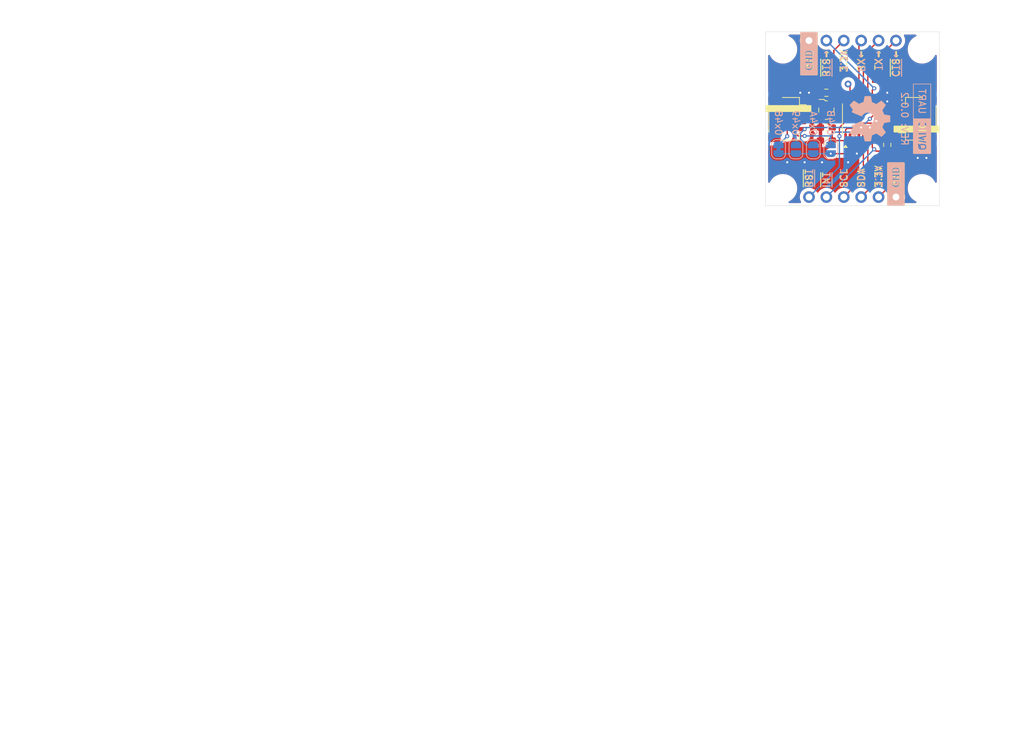
<source format=kicad_pcb>
(kicad_pcb (version 20240108) (generator "pcbnew") (generator_version "8.0")
  (title_block (title "Qwiic UART Board") (date "2025-02-08") (rev "0.0.2") (company "Designer: C. M. Bulliner") (comment 2 "OF MERCHANTABILITY, SATISFACTORY QUALITY AND FITNESS FOR A PARTICULAR PURPOSE.") (comment 3 "This document is distributed WITHOUT ANY EXPRESS OR IMPLIED WARRANTY, INCLUDING") (comment 4 "© 2025 C. M. Bulliner. Released under the CERN-OHL-P v2 license."))
  (layers (0 "F.Cu" signal) (31 "B.Cu" signal) (34 "B.Paste" user) (35 "F.Paste" user) (36 "B.SilkS" user "B.Silkscreen") (37 "F.SilkS" user "F.Silkscreen") (38 "B.Mask" user) (39 "F.Mask" user) (44 "Edge.Cuts" user))
  (net 0 "")
  (net 1 "GND")
  (net 2 "+3.3V")
  (net 5 "/SDA")
  (net 6 "/SCL")
  (net 9 "/RX")
  (net 10 "/~{RTS}")
  (net 11 "/~{CTS}")
  (net 12 "/TX")
  (net 13 "/~{RST}")
  (net 14 "/~{INT}")
  (net 16 "/A0")
  (net 18 "Net-(X1-Tri-State)")
  (net 19 "/CLK")
  (footprint "Project_Footprints:MountingHole_3.2mm" (layer "F.Cu") (at 149.86 97.79)
    (property "Reference" "REF**" (hide yes))
    (property "Value" "MountingHole_3.2mm" (hide yes))
    (pad "" np_thru_hole circle (at 0 0) (size 3.2 3.2) (drill 3.2) (layers "*.Cu" "*.Mask"))
  )
  (footprint "Resistor_SMD:R_0603_1608Metric_Pad0.98x0.95mm_HandSolder" (layer "F.Cu") (at 135.89 104.14 180)
    (property "Reference" "R2" (hide yes))
    (property "Value" "1K" (hide yes))
    (fp_line (start -0.254724 0.5225) (end 0.254724 0.5225) (stroke (width 0.12)) (layer "F.SilkS"))
    (fp_line (start -0.254724 -0.5225) (end 0.254724 -0.5225) (stroke (width 0.12)) (layer "F.SilkS"))
    (pad "1" smd roundrect (at -0.9125 0 180) (size 0.975 0.95) (layers "F.Cu" "F.Paste" "F.Mask") (net 2 "+3.3V"))
    (pad "2" smd roundrect (at 0.9125 0 180) (size 0.975 0.95) (layers "F.Cu" "F.Paste" "F.Mask") (net 18 "Net-(X1-Tri-State)"))
  )
  (footprint "Project_Footprints:MountingHole_3.2mm" (layer "F.Cu") (at 149.86 118.11)
    (property "Reference" "REF**" (hide yes))
    (property "Value" "MountingHole_3.2mm" (hide yes))
    (pad "" np_thru_hole circle (at 0 0) (size 3.2 3.2) (drill 3.2) (layers "*.Cu" "*.Mask"))
  )
  (footprint "Package_SO:TSSOP-16_4.4x5mm_P0.65mm" (layer "F.Cu") (at 140.97 107.95 90)
    (property "Reference" "U1" (hide yes))
    (property "Value" "SC16IS741A" (hide yes))
    (fp_line (start 0 -2.735) (end 2.2 -2.735) (stroke (width 0.12)) (layer "F.SilkS"))
    (fp_line (start 0 -2.735) (end -2.2 -2.735) (stroke (width 0.12)) (layer "F.SilkS"))
    (fp_line (start 0 2.735) (end 2.2 2.735) (stroke (width 0.12)) (layer "F.SilkS"))
    (fp_line (start 0 2.735) (end -2.2 2.735) (stroke (width 0.12)) (layer "F.SilkS"))
    (fp_poly (pts (xy -3.86 -2.275) (xy -4.19 -2.515) (xy -4.19 -2.035) (xy -3.86 -2.275)) (stroke (width 0.12)) (fill solid) (layer "F.SilkS"))
    (pad "1" smd roundrect (at -2.8625 -2.275 90) (size 1.475 0.4) (layers "F.Cu" "F.Paste" "F.Mask") (net 2 "+3.3V"))
    (pad "2" smd roundrect (at -2.8625 -1.625 90) (size 1.475 0.4) (layers "F.Cu" "F.Paste" "F.Mask") (net 16 "/A0"))
    (pad "3" smd roundrect (at -2.8625 -0.975 90) (size 1.475 0.4) (layers "F.Cu" "F.Paste" "F.Mask") (net 2 "+3.3V"))
    (pad "4" smd roundrect (at -2.8625 -0.325 90) (size 1.475 0.4) (layers "F.Cu" "F.Paste" "F.Mask"))
    (pad "5" smd roundrect (at -2.8625 0.325 90) (size 1.475 0.4) (layers "F.Cu" "F.Paste" "F.Mask") (net 6 "/SCL"))
    (pad "6" smd roundrect (at -2.8625 0.975 90) (size 1.475 0.4) (layers "F.Cu" "F.Paste" "F.Mask") (net 5 "/SDA"))
    (pad "7" smd roundrect (at -2.8625 1.625 90) (size 1.475 0.4) (layers "F.Cu" "F.Paste" "F.Mask") (net 14 "/~{INT}"))
    (pad "8" smd roundrect (at -2.8625 2.275 90) (size 1.475 0.4) (layers "F.Cu" "F.Paste" "F.Mask") (net 2 "+3.3V"))
    (pad "9" smd roundrect (at 2.8625 2.275 90) (size 1.475 0.4) (layers "F.Cu" "F.Paste" "F.Mask") (net 1 "GND"))
    (pad "10" smd roundrect (at 2.8625 1.625 90) (size 1.475 0.4) (layers "F.Cu" "F.Paste" "F.Mask") (net 10 "/~{RTS}"))
    (pad "11" smd roundrect (at 2.8625 0.975 90) (size 1.475 0.4) (layers "F.Cu" "F.Paste" "F.Mask") (net 11 "/~{CTS}"))
    (pad "12" smd roundrect (at 2.8625 0.325 90) (size 1.475 0.4) (layers "F.Cu" "F.Paste" "F.Mask") (net 12 "/TX"))
    (pad "13" smd roundrect (at 2.8625 -0.325 90) (size 1.475 0.4) (layers "F.Cu" "F.Paste" "F.Mask") (net 9 "/RX"))
    (pad "14" smd roundrect (at 2.8625 -0.975 90) (size 1.475 0.4) (layers "F.Cu" "F.Paste" "F.Mask") (net 13 "/~{RST}"))
    (pad "15" smd roundrect (at 2.8625 -1.625 90) (size 1.475 0.4) (layers "F.Cu" "F.Paste" "F.Mask") (net 19 "/CLK"))
    (pad "16" smd roundrect (at 2.8625 -2.275 90) (size 1.475 0.4) (layers "F.Cu" "F.Paste" "F.Mask"))
  )
  (footprint "Capacitor_SMD:C_0603_1608Metric_Pad1.08x0.95mm_HandSolder" (layer "F.Cu") (at 135.89 109.22)
    (property "Reference" "C1" (hide yes))
    (property "Value" "0.1uF" (hide yes))
    (fp_line (start -0.146267 -0.51) (end 0.146267 -0.51) (stroke (width 0.12)) (layer "F.SilkS"))
    (fp_line (start -0.146267 0.51) (end 0.146267 0.51) (stroke (width 0.12)) (layer "F.SilkS"))
    (pad "1" smd roundrect (at -0.8625 0) (size 1.075 0.95) (layers "F.Cu" "F.Paste" "F.Mask") (net 1 "GND"))
    (pad "2" smd roundrect (at 0.8625 0) (size 1.075 0.95) (layers "F.Cu" "F.Paste" "F.Mask") (net 2 "+3.3V"))
  )
  (footprint "Capacitor_SMD:C_0603_1608Metric_Pad1.08x0.95mm_HandSolder" (layer "F.Cu") (at 135.89 111.125)
    (property "Reference" "C2" (hide yes))
    (property "Value" "0.1uF" (hide yes))
    (fp_line (start -0.146267 -0.51) (end 0.146267 -0.51) (stroke (width 0.12)) (layer "F.SilkS"))
    (fp_line (start -0.146267 0.51) (end 0.146267 0.51) (stroke (width 0.12)) (layer "F.SilkS"))
    (pad "1" smd roundrect (at -0.8625 0) (size 1.075 0.95) (layers "F.Cu" "F.Paste" "F.Mask") (net 1 "GND"))
    (pad "2" smd roundrect (at 0.8625 0) (size 1.075 0.95) (layers "F.Cu" "F.Paste" "F.Mask") (net 2 "+3.3V"))
  )
  (footprint "Connector_JST:JST_SH_SM04B-SRSS-TB_1x04-1MP_P1.00mm_Horizontal" (layer "F.Cu") (at 149.225 107.95 90)
    (property "Reference" "J2" (hide yes))
    (property "Value" "QWIIC" (hide yes))
    (fp_line (start 3.11 -1.785) (end 2.06 -1.785) (stroke (width 0.12)) (layer "F.SilkS"))
    (fp_line (start -2.06 -1.785) (end -2.06 -2.775) (stroke (width 0.12)) (layer "F.SilkS"))
    (fp_line (start -3.11 -1.785) (end -2.06 -1.785) (stroke (width 0.12)) (layer "F.SilkS"))
    (fp_line (start 3.11 0.715) (end 3.11 -1.785) (stroke (width 0.12)) (layer "F.SilkS"))
    (fp_line (start -3.11 0.715) (end -3.11 -1.785) (stroke (width 0.12)) (layer "F.SilkS"))
    (fp_line (start -1.94 2.685) (end 1.94 2.685) (stroke (width 0.12)) (layer "F.SilkS"))
    (pad "1" smd roundrect (at -1.5 -2 90) (size 0.6 1.55) (layers "F.Cu" "F.Paste" "F.Mask") (net 1 "GND"))
    (pad "2" smd roundrect (at -0.5 -2 90) (size 0.6 1.55) (layers "F.Cu" "F.Paste" "F.Mask") (net 2 "+3.3V"))
    (pad "3" smd roundrect (at 0.5 -2 90) (size 0.6 1.55) (layers "F.Cu" "F.Paste" "F.Mask") (net 5 "/SDA"))
    (pad "4" smd roundrect (at 1.5 -2 90) (size 0.6 1.55) (layers "F.Cu" "F.Paste" "F.Mask") (net 6 "/SCL"))
    (pad "MP" smd roundrect (at -2.8 1.875 90) (size 1.2 1.8) (layers "F.Cu" "F.Paste" "F.Mask") (roundrect_rratio 0.208333))
    (pad "MP" smd roundrect (at 2.8 1.875 90) (size 1.2 1.8) (layers "F.Cu" "F.Paste" "F.Mask") (roundrect_rratio 0.208333))
  )
  (footprint "TestPoint:TestPoint_THTPad_D1.0mm_Drill0.5mm" (layer "F.Cu") (at 139.065 102.87)
    (property "Reference" "TP1" (hide yes))
    (property "Value" "TestPoint" (hide yes))
    (pad "1" thru_hole circle (at 0 0) (size 1 1) (drill 0.5) (layers "*.Cu" "*.Mask") (net 19 "/CLK"))
  )
  (footprint "Connector_JST:JST_SH_SM04B-SRSS-TB_1x04-1MP_P1.00mm_Horizontal" (layer "F.Cu") (at 130.175 107.95 -90)
    (property "Reference" "J1" (hide yes))
    (property "Value" "QWIIC" (hide yes))
    (fp_line (start -1.94 2.685) (end 1.94 2.685) (stroke (width 0.12)) (layer "F.SilkS"))
    (fp_line (start -3.11 0.715) (end -3.11 -1.785) (stroke (width 0.12)) (layer "F.SilkS"))
    (fp_line (start 3.11 0.715) (end 3.11 -1.785) (stroke (width 0.12)) (layer "F.SilkS"))
    (fp_line (start -3.11 -1.785) (end -2.06 -1.785) (stroke (width 0.12)) (layer "F.SilkS"))
    (fp_line (start -2.06 -1.785) (end -2.06 -2.775) (stroke (width 0.12)) (layer "F.SilkS"))
    (fp_line (start 3.11 -1.785) (end 2.06 -1.785) (stroke (width 0.12)) (layer "F.SilkS"))
    (pad "1" smd roundrect (at -1.5 -2 270) (size 0.6 1.55) (layers "F.Cu" "F.Paste" "F.Mask") (net 1 "GND"))
    (pad "2" smd roundrect (at -0.5 -2 270) (size 0.6 1.55) (layers "F.Cu" "F.Paste" "F.Mask") (net 2 "+3.3V"))
    (pad "3" smd roundrect (at 0.5 -2 270) (size 0.6 1.55) (layers "F.Cu" "F.Paste" "F.Mask") (net 5 "/SDA"))
    (pad "4" smd roundrect (at 1.5 -2 270) (size 0.6 1.55) (layers "F.Cu" "F.Paste" "F.Mask") (net 6 "/SCL"))
    (pad "MP" smd roundrect (at -2.8 1.875 270) (size 1.2 1.8) (layers "F.Cu" "F.Paste" "F.Mask") (roundrect_rratio 0.208333))
    (pad "MP" smd roundrect (at 2.8 1.875 270) (size 1.2 1.8) (layers "F.Cu" "F.Paste" "F.Mask") (roundrect_rratio 0.208333))
  )
  (footprint "Oscillator:Oscillator_SMD_ECS_2520MV-xxx-xx-4Pin_2.5x2.0mm" (layer "F.Cu") (at 135.89 106.68)
    (property "Reference" "X1" (hide yes))
    (property "Value" "ECS-2520MVLC-018-BN-TR" (hide yes))
    (fp_line (start -1.11 0.32) (end -1.11 -0.32) (stroke (width 0.12)) (layer "F.SilkS"))
    (fp_line (start -0.38 -1.56) (end -1.07 -1.56) (stroke (width 0.12)) (layer "F.SilkS"))
    (fp_line (start -0.17 1.36) (end 0.17 1.36) (stroke (width 0.12)) (layer "F.SilkS"))
    (fp_line (start -0.16 -1.36) (end 0.17 -1.36) (stroke (width 0.12)) (layer "F.SilkS"))
    (fp_line (start 1.11 0.32) (end 1.11 -0.32) (stroke (width 0.12)) (layer "F.SilkS"))
    (fp_arc (start -0.38 -1.56) (mid -0.246393 -1.485967) (end -0.16 -1.36) (stroke (width 0.12)) (layer "F.SilkS"))
    (pad "1" smd roundrect (at -0.725 -0.925) (size 0.8 0.9) (layers "F.Cu" "F.Paste" "F.Mask") (net 18 "Net-(X1-Tri-State)"))
    (pad "2" smd roundrect (at -0.725 0.925) (size 0.8 0.9) (layers "F.Cu" "F.Paste" "F.Mask") (net 1 "GND"))
    (pad "3" smd roundrect (at 0.725 0.925) (size 0.8 0.9) (layers "F.Cu" "F.Paste" "F.Mask") (net 19 "/CLK"))
    (pad "4" smd roundrect (at 0.725 -0.925) (size 0.8 0.9) (layers "F.Cu" "F.Paste" "F.Mask") (net 2 "+3.3V"))
  )
  (footprint "Resistor_SMD:R_0603_1608Metric_Pad0.98x0.95mm_HandSolder" (layer "F.Cu") (at 144.78 111.76 -90)
    (property "Reference" "R1" (hide yes))
    (property "Value" "1K" (hide yes))
    (fp_line (start -0.254724 0.5225) (end 0.254724 0.5225) (stroke (width 0.12)) (layer "F.SilkS"))
    (fp_line (start -0.254724 -0.5225) (end 0.254724 -0.5225) (stroke (width 0.12)) (layer "F.SilkS"))
    (pad "1" smd roundrect (at -0.9125 0 270) (size 0.975 0.95) (layers "F.Cu" "F.Paste" "F.Mask") (net 2 "+3.3V"))
    (pad "2" smd roundrect (at 0.9125 0 270) (size 0.975 0.95) (layers "F.Cu" "F.Paste" "F.Mask") (net 14 "/~{INT}"))
  )
  (footprint "Project_Footprints:MountingHole_3.2mm" (layer "F.Cu") (at 129.54 97.79)
    (property "Reference" "REF**" (hide yes))
    (property "Value" "MountingHole_3.2mm" (hide yes))
    (pad "" np_thru_hole circle (at 0 0) (size 3.2 3.2) (drill 3.2) (layers "*.Cu" "*.Mask"))
  )
  (footprint "Project_Footprints:MountingHole_3.2mm" (layer "F.Cu") (at 129.54 118.11)
    (property "Reference" "REF**" (hide yes))
    (property "Value" "MountingHole_3.2mm" (hide yes))
    (pad "" np_thru_hole circle (at 0 0) (size 3.2 3.2) (drill 3.2) (layers "*.Cu" "*.Mask"))
  )
  (footprint "Project_Footprints:PinHeader_1x06_P2.54mm" (layer "F.Cu") (at 146.05 119.38 -90)
    (property "Reference" "J4")
    (property "Value" "~" (hide yes))
    (pad "1" thru_hole circle (at 0 0 270) (size 1.7 1.7) (drill 1) (layers "*.Cu" "*.Mask") (net 1 "GND"))
    (pad "2" thru_hole circle (at 0 2.54 270) (size 1.7 1.7) (drill 1) (layers "*.Cu" "*.Mask") (net 2 "+3.3V"))
    (pad "3" thru_hole circle (at 0 5.08 270) (size 1.7 1.7) (drill 1) (layers "*.Cu" "*.Mask") (net 5 "/SDA"))
    (pad "4" thru_hole circle (at 0 7.62 270) (size 1.7 1.7) (drill 1) (layers "*.Cu" "*.Mask") (net 6 "/SCL"))
    (pad "5" thru_hole circle (at 0 10.16 270) (size 1.7 1.7) (drill 1) (layers "*.Cu" "*.Mask") (net 14 "/~{INT}"))
    (pad "6" thru_hole circle (at 0 12.7 270) (size 1.7 1.7) (drill 1) (layers "*.Cu" "*.Mask") (net 13 "/~{RST}"))
  )
  (footprint "Project_Footprints:PinHeader_1x06_P2.54mm" (layer "F.Cu") (at 133.35 96.52 90)
    (property "Reference" "J3")
    (property "Value" "FTDI" (hide yes))
    (pad "1" thru_hole circle (at 0 0 90) (size 1.7 1.7) (drill 1) (layers "*.Cu" "*.Mask") (net 1 "GND"))
    (pad "2" thru_hole circle (at 0 2.54 90) (size 1.7 1.7) (drill 1) (layers "*.Cu" "*.Mask") (net 10 "/~{RTS}"))
    (pad "3" thru_hole circle (at 0 5.08 90) (size 1.7 1.7) (drill 1) (layers "*.Cu" "*.Mask") (net 2 "+3.3V"))
    (pad "4" thru_hole circle (at 0 7.62 90) (size 1.7 1.7) (drill 1) (layers "*.Cu" "*.Mask") (net 9 "/RX"))
    (pad "5" thru_hole circle (at 0 10.16 90) (size 1.7 1.7) (drill 1) (layers "*.Cu" "*.Mask") (net 12 "/TX"))
    (pad "6" thru_hole circle (at 0 12.7 90) (size 1.7 1.7) (drill 1) (layers "*.Cu" "*.Mask") (net 11 "/~{CTS}"))
  )
  (footprint "Jumper:SolderJumper-2_P1.3mm_Open_RoundedPad1.0x1.5mm" (layer "B.Cu") (at 131.445 112.395 -90)
    (property "Reference" "JP2")
    (property "Value" "SolderJumper_2_Open" (hide yes))
    (fp_line (start 0.7 1) (end -0.7 1) (stroke (width 0.12)) (layer "B.SilkS"))
    (fp_line (start -1.4 0.3) (end -1.4 -0.3) (stroke (width 0.12)) (layer "B.SilkS"))
    (fp_line (start 1.4 -0.3) (end 1.4 0.3) (stroke (width 0.12)) (layer "B.SilkS"))
    (fp_line (start -0.7 -1) (end 0.7 -1) (stroke (width 0.12)) (layer "B.SilkS"))
    (fp_arc (start -0.7 1) (mid -1.194975 0.794975) (end -1.4 0.3) (stroke (width 0.12)) (layer "B.SilkS"))
    (fp_arc (start 1.4 0.3) (mid 1.194975 0.794975) (end 0.7 1) (stroke (width 0.12)) (layer "B.SilkS"))
    (fp_arc (start -1.4 -0.3) (mid -1.194975 -0.794975) (end -0.7 -1) (stroke (width 0.12)) (layer "B.SilkS"))
    (fp_arc (start 0.7 -1) (mid 1.194975 -0.794975) (end 1.4 -0.3) (stroke (width 0.12)) (layer "B.SilkS"))
    (pad "1" smd custom (at -0.65 0 270) (size 1 0.5) (layers "B.Cu" "B.Mask") (net 1 "GND") (options (clearance outline) (anchor rect)) (primitives (gr_circle (center 0 -0.25) (end 0.5 -0.25) (width 0) (fill yes)) (gr_circle (center 0 0.25) (end 0.5 0.25) (width 0) (fill yes)) (gr_poly (pts (xy 0.5 -0.75) (xy 0 -0.75) (xy 0 0.75) (xy 0.5 0.75)) (width 0) (fill yes))))
    (pad "2" smd custom (at 0.65 0 270) (size 1 0.5) (layers "B.Cu" "B.Mask") (net 16 "/A0") (options (clearance outline) (anchor rect)) (primitives (gr_circle (center 0 -0.25) (end 0.5 -0.25) (width 0) (fill yes)) (gr_circle (center 0 0.25) (end 0.5 0.25) (width 0) (fill yes)) (gr_poly (pts (xy 0 -0.75) (xy -0.5 -0.75) (xy -0.5 0.75) (xy 0 0.75)) (width 0) (fill yes))))
  )
  (footprint "Jumper:SolderJumper-2_P1.3mm_Open_RoundedPad1.0x1.5mm" (layer "B.Cu") (at 133.985 112.395 -90)
    (property "Reference" "JP3")
    (property "Value" "SolderJumper_2_Open" (hide yes))
    (fp_line (start 0.7 1) (end -0.7 1) (stroke (width 0.12)) (layer "B.SilkS"))
    (fp_line (start -1.4 0.3) (end -1.4 -0.3) (stroke (width 0.12)) (layer "B.SilkS"))
    (fp_line (start 1.4 -0.3) (end 1.4 0.3) (stroke (width 0.12)) (layer "B.SilkS"))
    (fp_line (start -0.7 -1) (end 0.7 -1) (stroke (width 0.12)) (layer "B.SilkS"))
    (fp_arc (start -0.7 1) (mid -1.194975 0.794975) (end -1.4 0.3) (stroke (width 0.12)) (layer "B.SilkS"))
    (fp_arc (start 1.4 0.3) (mid 1.194975 0.794975) (end 0.7 1) (stroke (width 0.12)) (layer "B.SilkS"))
    (fp_arc (start -1.4 -0.3) (mid -1.194975 -0.794975) (end -0.7 -1) (stroke (width 0.12)) (layer "B.SilkS"))
    (fp_arc (start 0.7 -1) (mid 1.194975 -0.794975) (end 1.4 -0.3) (stroke (width 0.12)) (layer "B.SilkS"))
    (pad "1" smd custom (at -0.65 0 270) (size 1 0.5) (layers "B.Cu" "B.Mask") (net 6 "/SCL") (options (clearance outline) (anchor rect)) (primitives (gr_circle (center 0 -0.25) (end 0.5 -0.25) (width 0) (fill yes)) (gr_circle (center 0 0.25) (end 0.5 0.25) (width 0) (fill yes)) (gr_poly (pts (xy 0.5 -0.75) (xy 0 -0.75) (xy 0 0.75) (xy 0.5 0.75)) (width 0) (fill yes))))
    (pad "2" smd custom (at 0.65 0 270) (size 1 0.5) (layers "B.Cu" "B.Mask") (net 16 "/A0") (options (clearance outline) (anchor rect)) (primitives (gr_circle (center 0 -0.25) (end 0.5 -0.25) (width 0) (fill yes)) (gr_circle (center 0 0.25) (end 0.5 0.25) (width 0) (fill yes)) (gr_poly (pts (xy 0 -0.75) (xy -0.5 -0.75) (xy -0.5 0.75) (xy 0 0.75)) (width 0) (fill yes))))
  )
  (footprint "Symbol:OSHW-Symbol_6.7x6mm_SilkScreen" (layer "B.Cu") (at 142.24 107.95 90)
    (property "Reference" "REF**" (hide yes))
    (property "Value" "OSHW-Symbol_6.7x6mm_SilkScreen" (hide yes))
    (fp_poly (pts (xy 0.555814 2.531069) (xy 0.639635 2.086445) (xy 0.94892 1.958947) (xy 1.258206 1.831449) (xy 1.629246 2.083754) (xy 1.733157 2.154004) (xy 1.827087 2.216728) (xy 1.906652 2.269062) (xy 1.96747 2.308143) (xy 2.005157 2.331107) (xy 2.015421 2.336058) (xy 2.03391 2.323324) (xy 2.07342 2.288118) (xy 2.129522 2.234938) (xy 2.197787 2.168282) (xy 2.273786 2.092646) (xy 2.353092 2.012528) (xy 2.431275 1.932426) (xy 2.503907 1.856836) (xy 2.566559 1.790255) (xy 2.614803 1.737182) (xy 2.64421 1.702113) (xy 2.651241 1.690377) (xy 2.641123 1.66874) (xy 2.612759 1.621338) (xy 2.569129 1.552807) (xy 2.513218 1.467785) (xy 2.448006 1.370907) (xy 2.410219 1.31565) (xy 2.341343 1.214752) (xy 2.28014 1.123701) (xy 2.229578 1.04703) (xy 2.192628 0.989272) (xy 2.172258 0.954957) (xy 2.169197 0.947746) (xy 2.176136 0.927252) (xy 2.195051 0.879487) (xy 2.223087 0.811168) (xy 2.257391 0.729011) (xy 2.295109 0.63973) (xy 2.333387 0.550042) (xy 2.36937 0.466662) (xy 2.400206 0.396306) (xy 2.423039 0.34569) (xy 2.435017 0.321529) (xy 2.435724 0.320578) (xy 2.454531 0.315964) (xy 2.504618 0.305672) (xy 2.580793 0.290713) (xy 2.677865 0.272099) (xy 2.790643 0.250841) (xy 2.856442 0.238582) (xy 2.97695 0.215638) (xy 3.085797 0.193805) (xy 3.177476 0.174278) (xy 3.246481 0.158252) (xy 3.287304 0.146921) (xy 3.295511 0.143326) (xy 3.303548 0.118994) (xy 3.310033 0.064041) (xy 3.31497 -0.015108) (xy 3.318364 -0.112026) (xy 3.320218 -0.220287) (xy 3.320538 -0.333465) (xy 3.319327 -0.445135) (xy 3.31659 -0.548868) (xy 3.312331 -0.638241) (xy 3.306555 -0.706826) (xy 3.299267 -0.748197) (xy 3.294895 -0.75681) (xy 3.268764 -0.767133) (xy 3.213393 -0.781892) (xy 3.136107 -0.799352) (xy 3.04423 -0.81778) (xy 3.012158 -0.823741) (xy 2.857524 -0.852066) (xy 2.735375 -0.874876) (xy 2.641673 -0.89308) (xy 2.572384 -0.907583) (xy 2.523471 -0.919292) (xy 2.490897 -0.929115) (xy 2.470628 -0.937956) (xy 2.458626 -0.946724) (xy 2.456947 -0.948457) (xy 2.440184 -0.976371) (xy 2.414614 -1.030695) (xy 2.382788 -1.104777) (xy 2.34726 -1.191965) (xy 2.310583 -1.285608) (xy 2.275311 -1.379052) (xy 2.243996 -1.465647) (xy 2.219193 -1.53874) (xy 2.203454 -1.591678) (xy 2.199332 -1.617811) (xy 2.199676 -1.618726) (xy 2.213641 -1.640086) (xy 2.245322 -1.687084) (xy 2.291391 -1.754827) (xy 2.348518 -1.838423) (xy 2.413373 -1.932982) (xy 2.431843 -1.959854) (xy 2.497699 -2.057275) (xy 2.55565 -2.146163) (xy 2.602538 -2.221412) (xy 2.635207 -2.27792) (xy 2.6505 -2.310581) (xy 2.651241 -2.314593) (xy 2.638392 -2.335684) (xy 2.602888 -2.377464) (xy 2.549293 -2.435445) (xy 2.482171 -2.505135) (xy 2.406087 -2.582045) (xy 2.325604 -2.661683) (xy 2.245287 -2.739561) (xy 2.169699 -2.811186) (xy 2.103405 -2.87207) (xy 2.050969 -2.917721) (xy 2.016955 -2.94365) (xy 2.007545 -2.947883) (xy 1.985643 -2.937912) (xy 1.9408 -2.91102) (xy 1.880321 -2.871736) (xy 1.833789 -2.840117) (xy 1.749475 -2.782098) (xy 1.649626 -2.713784) (xy 1.549473 -2.645579) (xy 1.495627 -2.609075) (xy 1.313371 -2.4858) (xy 1.160381 -2.56852) (xy 1.090682 -2.604759) (xy 1.031414 -2.632926) (xy 0.991311 -2.648991) (xy 0.981103 -2.651226) (xy 0.968829 -2.634722) (xy 0.944613 -2.588082) (xy 0.910263 -2.515609) (xy 0.867588 -2.421606) (xy 0.818394 -2.310374) (xy 0.76449 -2.186215) (xy 0.707684 -2.053432) (xy 0.649782 -1.916327) (xy 0.592593 -1.779202) (xy 0.537924 -1.646358) (xy 0.487584 -1.522098) (xy 0.44338 -1.410725) (xy 0.407119 -1.316539) (xy 0.380609 -1.243844) (xy 0.365658 -1.196941) (xy 0.363254 -1.180833) (xy 0.382311 -1.160286) (xy 0.424036 -1.126933) (xy 0.479706 -1.087702) (xy 0.484378 -1.084599) (xy 0.628264 -0.969423) (xy 0.744283 -0.835053) (xy 0.83143 -0.685784) (xy 0.888699 -0.525913) (xy 0.915086 -0.359737) (xy 0.909585 -0.191552) (xy 0.87119 -0.025655) (xy 0.798895 0.133658) (xy 0.777626 0.168513) (xy 0.666996 0.309263) (xy 0.536302 0.422286) (xy 0.390064 0.506997) (xy 0.232808 0.562806) (xy 0.069057 0.589126) (xy -0.096667 0.58537) (xy -0.259838 0.55095) (xy -0.415935 0.485277) (xy -0.560433 0.387765) (xy -0.605131 0.348187) (xy -0.718888 0.224297) (xy -0.801782 0.093876) (xy -0.858644 -0.052315) (xy -0.890313 -0.197088) (xy -0.898131 -0.35986) (xy -0.872062 -0.52344) (xy -0.814755 -0.682298) (xy -0.728856 -0.830906) (xy -0.617014 -0.963735) (xy -0.481877 -1.075256) (xy -0.464117 -1.087011) (xy -0.40785 -1.125508) (xy -0.365077 -1.158863) (xy -0.344628 -1.18016) (xy -0.344331 -1.180833) (xy -0.348721 -1.203871) (xy -0.366124 -1.256157) (xy -0.394732 -1.33339) (xy -0.432735 -1.431268) (xy -0.478326 -1.545491) (xy -0.529697 -1.671758) (xy -0.585038 -1.805767) (xy -0.642542 -1.943218) (xy -0.700399 -2.079808) (xy -0.756802 -2.211237) (xy -0.809942 -2.333205) (xy -0.85801 -2.441409) (xy -0.899199 -2.531549) (xy -0.931699 -2.599323) (xy -0.953703 -2.64043) (xy -0.962564 -2.651226) (xy -0.98964 -2.642819) (xy -1.040303 -2.620272) (xy -1.105817 -2.587613) (xy -1.141841 -2.56852) (xy -1.294832 -2.4858) (xy -1.477088 -2.609075) (xy -1.570125 -2.672228) (xy -1.671985 -2.741727) (xy -1.767438 -2.807165) (xy -1.81525 -2.840117) (xy -1.882495 -2.885273) (xy -1.939436 -2.921057) (xy -1.978646 -2.942938) (xy -1.991381 -2.947563) (xy -2.009917 -2.935085) (xy -2.050941 -2.900252) (xy -2.110475 -2.846678) (xy -2.184542 -2.777983) (xy -2.269165 -2.697781) (xy -2.322685 -2.646286) (xy -2.416319 -2.554286) (xy -2.497241 -2.471999) (xy -2.562177 -2.402945) (xy -2.607858 -2.350644) (xy -2.631011 -2.318616) (xy -2.633232 -2.312116) (xy -2.622924 -2.287394) (xy -2.594439 -2.237405) (xy -2.550937 -2.167212) (xy -2.495577 -2.081875) (xy -2.43152 -1.986456) (xy -2.413303 -1.959854) (xy -2.346927 -1.863167) (xy -2.287378 -1.776117) (xy -2.237984 -1.703595) (xy -2.202075 -1.650493) (xy -2.182981 -1.621703) (xy -2.181136 -1.618726) (xy -2.183895 -1.595782) (xy -2.198538 -1.545336) (xy -2.222513 -1.474041) (xy -2.253266 -1.388547) (xy -2.288244 -1.295507) (xy -2.324893 -1.201574) (xy -2.360661 -1.113399) (xy -2.392994 -1.037634) (xy -2.419338 -0.980931) (xy -2.437142 -0.949943) (xy -2.438407 -0.948457) (xy -2.449294 -0.939601) (xy -2.467682 -0.930843) (xy -2.497606 -0.921277) (xy -2.543103 -0.909996) (xy -2.608209 -0.896093) (xy -2.696961 -0.878663) (xy -2.813393 -0.856798) (xy -2.961542 -0.829591) (xy -2.993618 -0.823741) (xy -3.088686 -0.805374) (xy -3.171565 -0.787405) (xy -3.23493 -0.771569) (xy -3.271458 -0.7596) (xy -3.276356 -0.75681) (xy -3.284427 -0.732072) (xy -3.290987 -0.67679) (xy -3.296033 -0.597389) (xy -3.299559 -0.500296) (xy -3.301561 -0.391938) (xy -3.302036 -0.27874) (xy -3.300977 -0.167128) (xy -3.298382 -0.063529) (xy -3.294246 0.025632) (xy -3.288563 0.093928) (xy -3.281331 0.134934) (xy -3.276971 0.143326) (xy -3.252698 0.151792) (xy -3.197426 0.165565) (xy -3.116662 0.18345) (xy -3.015912 0.204252) (xy -2.900683 0.226777) (xy -2.837902 0.238582) (xy -2.718787 0.260849) (xy -2.612565 0.281021) (xy -2.524427 0.298085) (xy -2.459566 0.311031) (xy -2.423174 0.318845) (xy -2.417184 0.320578) (xy -2.407061 0.34011) (xy -2.385662 0.387157) (xy -2.355839 0.454997) (xy -2.320445 0.536909) (xy -2.282332 0.626172) (xy -2.244353 0.716065) (xy -2.20936 0.799865) (xy -2.180206 0.870853) (xy -2.159743 0.922306) (xy -2.150823 0.947503) (xy -2.150657 0.948604) (xy -2.160769 0.968481) (xy -2.189117 1.014223) (xy -2.232723 1.081283) (xy -2.288606 1.165116) (xy -2.353787 1.261174) (xy -2.391679 1.31635) (xy -2.460725 1.417519) (xy -2.52205 1.50937) (xy -2.572663 1.587256) (xy -2.609571 1.646531) (xy -2.629782 1.682549) (xy -2.632701 1.690623) (xy -2.620153 1.709416) (xy -2.585463 1.749543) (xy -2.533063 1.806507) (xy -2.467384 1.875815) (xy -2.392856 1.952969) (xy -2.313913 2.033475) (xy -2.234983 2.112837) (xy -2.1605 2.18656) (xy -2.094894 2.250148) (xy -2.042596 2.299106) (xy -2.008039 2.328939) (xy -1.996478 2.336058) (xy -1.977654 2.326047) (xy -1.932631 2.297922) (xy -1.865787 2.254546) (xy -1.781499 2.198782) (xy -1.684144 2.133494) (xy -1.610707 2.083754) (xy -1.239667 1.831449) (xy -0.621095 2.086445) (xy -0.537275 2.531069) (xy -0.453454 2.975693) (xy 0.471994 2.975693) (xy 0.555814 2.531069)) (stroke (width 0.01)) (fill solid) (layer "B.SilkS"))
  )
  (footprint "Jumper:SolderJumper-2_P1.3mm_Bridged_RoundedPad1.0x1.5mm" (layer "B.Cu") (at 128.905 112.395 -90)
    (property "Reference" "JP1")
    (property "Value" "SolderJumper_2_Bridged" (hide yes))
    (fp_poly (pts (xy 0.25 0.3) (xy -0.25 0.3) (xy -0.25 -0.3) (xy 0.25 -0.3)) (fill solid) (layer "B.Cu"))
    (fp_line (start 0.7 1) (end -0.7 1) (stroke (width 0.12)) (layer "B.SilkS"))
    (fp_line (start -1.4 0.3) (end -1.4 -0.3) (stroke (width 0.12)) (layer "B.SilkS"))
    (fp_line (start 1.4 -0.3) (end 1.4 0.3) (stroke (width 0.12)) (layer "B.SilkS"))
    (fp_line (start -0.7 -1) (end 0.7 -1) (stroke (width 0.12)) (layer "B.SilkS"))
    (fp_arc (start -0.7 1) (mid -1.194975 0.794975) (end -1.4 0.3) (stroke (width 0.12)) (layer "B.SilkS"))
    (fp_arc (start 1.4 0.3) (mid 1.194975 0.794975) (end 0.7 1) (stroke (width 0.12)) (layer "B.SilkS"))
    (fp_arc (start -1.4 -0.3) (mid -1.194975 -0.794975) (end -0.7 -1) (stroke (width 0.12)) (layer "B.SilkS"))
    (fp_arc (start 0.7 -1) (mid 1.194975 -0.794975) (end 1.4 -0.3) (stroke (width 0.12)) (layer "B.SilkS"))
    (pad "1" smd custom (at -0.65 0 270) (size 1 0.5) (layers "B.Cu" "B.Mask") (net 2 "+3.3V") (options (clearance outline) (anchor rect)) (primitives (gr_circle (center 0 -0.25) (end 0.5 -0.25) (width 0) (fill yes)) (gr_circle (center 0 0.25) (end 0.5 0.25) (width 0) (fill yes)) (gr_poly (pts (xy 0.5 -0.75) (xy 0 -0.75) (xy 0 0.75) (xy 0.5 0.75)) (width 0) (fill yes))))
    (pad "2" smd custom (at 0.65 0 270) (size 1 0.5) (layers "B.Cu" "B.Mask") (net 16 "/A0") (options (clearance outline) (anchor rect)) (primitives (gr_circle (center 0 -0.25) (end 0.5 -0.25) (width 0) (fill yes)) (gr_circle (center 0 0.25) (end 0.5 0.25) (width 0) (fill yes)) (gr_poly (pts (xy 0 -0.75) (xy -0.5 -0.75) (xy -0.5 0.75) (xy 0 0.75)) (width 0) (fill yes))))
  )
  (footprint "Jumper:SolderJumper-2_P1.3mm_Open_RoundedPad1.0x1.5mm" (layer "B.Cu") (at 136.525 112.395 -90)
    (property "Reference" "JP4")
    (property "Value" "SolderJumper_2_Open" (hide yes))
    (fp_line (start 0.7 1) (end -0.7 1) (stroke (width 0.12)) (layer "B.SilkS"))
    (fp_line (start -1.4 0.3) (end -1.4 -0.3) (stroke (width 0.12)) (layer "B.SilkS"))
    (fp_line (start 1.4 -0.3) (end 1.4 0.3) (stroke (width 0.12)) (layer "B.SilkS"))
    (fp_line (start -0.7 -1) (end 0.7 -1) (stroke (width 0.12)) (layer "B.SilkS"))
    (fp_arc (start -0.7 1) (mid -1.194975 0.794975) (end -1.4 0.3) (stroke (width 0.12)) (layer "B.SilkS"))
    (fp_arc (start 1.4 0.3) (mid 1.194975 0.794975) (end 0.7 1) (stroke (width 0.12)) (layer "B.SilkS"))
    (fp_arc (start -1.4 -0.3) (mid -1.194975 -0.794975) (end -0.7 -1) (stroke (width 0.12)) (layer "B.SilkS"))
    (fp_arc (start 0.7 -1) (mid 1.194975 -0.794975) (end 1.4 -0.3) (stroke (width 0.12)) (layer "B.SilkS"))
    (pad "1" smd custom (at -0.65 0 270) (size 1 0.5) (layers "B.Cu" "B.Mask") (net 5 "/SDA") (options (clearance outline) (anchor rect)) (primitives (gr_circle (center 0 -0.25) (end 0.5 -0.25) (width 0) (fill yes)) (gr_circle (center 0 0.25) (end 0.5 0.25) (width 0) (fill yes)) (gr_poly (pts (xy 0.5 -0.75) (xy 0 -0.75) (xy 0 0.75) (xy 0.5 0.75)) (width 0) (fill yes))))
    (pad "2" smd custom (at 0.65 0 270) (size 1 0.5) (layers "B.Cu" "B.Mask") (net 16 "/A0") (options (clearance outline) (anchor rect)) (primitives (gr_circle (center 0 -0.25) (end 0.5 -0.25) (width 0) (fill yes)) (gr_circle (center 0 0.25) (end 0.5 0.25) (width 0) (fill yes)) (gr_poly (pts (xy 0 -0.75) (xy -0.5 -0.75) (xy -0.5 0.75) (xy 0 0.75)) (width 0) (fill yes))))
  )
  (gr_rect (start 148.59 102.87) (end 151.13 113.03) (stroke (width 0.1)) (fill none) (layer "B.SilkS"))
  (gr_line (start 148.59 107.95) (end 151.13 107.95) (stroke (width 0.1)) (layer "B.SilkS"))
  (gr_line (start 152.4 120.65) (end 127 120.65) (stroke (width 0.05)) (layer "Edge.Cuts"))
  (gr_line (start 127 120.65) (end 127 95.25) (stroke (width 0.05)) (layer "Edge.Cuts"))
  (gr_line (start 127 95.25) (end 152.4 95.25) (stroke (width 0.05)) (layer "Edge.Cuts"))
  (gr_line (start 152.4 95.25) (end 152.4 120.65) (stroke (width 0.05)) (layer "Edge.Cuts"))
  (gr_text "QWIIC" (at 149.86 110.49 -90) (layer "B.SilkS" knockout) (effects (font (size 1 1)) (justify mirror)))
  (gr_text "SDA" (at 140.97 118.11 -90) (layer "B.SilkS") (effects (font (size 1 1)) (justify left mirror)))
  (gr_text "0x48" (at 128.905 110.49 270) (layer "B.SilkS") (effects (font (size 1 1)) (justify left mirror)))
  (gr_text "~{RST}" (at 133.35 118.11 270) (layer "B.SilkS") (effects (font (size 1 1)) (justify left mirror)))
  (gr_text "0x49" (at 131.445 110.49 270) (layer "B.SilkS") (effects (font (size 1 1)) (justify left mirror)))
  (gr_text "UART" (at 149.86 105.41 -90) (layer "B.SilkS") (effects (font (size 1 1)) (justify mirror)))
  (gr_text "3.3V" (at 138.43 97.79 -90) (layer "B.SilkS") (effects (font (size 1 1)) (justify right mirror)))
  (gr_text "0x4A" (at 133.985 110.49 270) (layer "B.SilkS") (effects (font (size 1 1)) (justify left mirror)))
  (gr_text "REV: ${REVISION}" (at 147.32 107.95 270) (layer "B.SilkS") (effects (font (size 1 1)) (justify mirror)))
  (gr_text "SCL" (at 138.43 118.11 -90) (layer "B.SilkS") (effects (font (size 1 1)) (justify left mirror)))
  (gr_text "0x4B" (at 136.525 110.49 270) (layer "B.SilkS") (effects (font (size 1 1)) (justify left mirror)))
  (gr_text "~{CTS}←" (at 146.05 97.79 270) (layer "B.SilkS") (effects (font (size 1 1)) (justify right mirror)))
  (gr_text "~{INT}" (at 135.89 118.11 -90) (layer "B.SilkS") (effects (font (size 1 1)) (justify left mirror)))
  (gr_text "GND" (at 133.35 97.79 -90) (layer "B.SilkS" knockout) (effects (font (size 1 1)) (justify right mirror)))
  (gr_text "TX→" (at 143.51 97.79 270) (layer "B.SilkS") (effects (font (size 1 1)) (justify right mirror)))
  (gr_text "~{RTS}→" (at 135.89 97.79 270) (layer "B.SilkS") (effects (font (size 1 1)) (justify right mirror)))
  (gr_text "3.3V" (at 143.51 118.11 -90) (layer "B.SilkS") (effects (font (size 1 1)) (justify left mirror)))
  (gr_text "RX←" (at 140.97 97.79 270) (layer "B.SilkS") (effects (font (size 1 1)) (justify right mirror)))
  (gr_text "GND" (at 146.05 118.11 -90) (layer "B.SilkS" knockout) (effects (font (size 1 1)) (justify left mirror)))
  (gr_text "~{INT}" (at 135.89 118.11 90) (layer "F.SilkS") (effects (font (size 1 1)) (justify left)))
  (gr_text "RX←" (at 140.97 97.79 90) (layer "F.SilkS") (effects (font (size 1 1)) (justify right)))
  (gr_text "3.3V" (at 143.51 118.11 90) (layer "F.SilkS") (effects (font (size 1 1)) (justify left)))
  (gr_text "SDA" (at 140.97 118.11 90) (layer "F.SilkS") (effects (font (size 1 1)) (justify left)))
  (gr_text "TX→" (at 143.51 97.79 90) (layer "F.SilkS") (effects (font (size 1 1)) (justify right)))
  (gr_text "GND" (at 133.35 97.79 90) (layer "F.SilkS" knockout) (effects (font (size 1 1)) (justify right)))
  (gr_text "GND" (at 146.05 118.11 90) (layer "F.SilkS" knockout) (effects (font (size 1 1)) (justify left)))
  (gr_text "~{RTS}→" (at 135.89 97.79 90) (layer "F.SilkS") (effects (font (size 1 1)) (justify right)))
  (gr_text "SCL" (at 138.43 118.11 90) (layer "F.SilkS") (effects (font (size 1 1)) (justify left)))
  (gr_text "~{RST}" (at 133.35 118.11 90) (layer "F.SilkS") (effects (font (size 1 1)) (justify left)))
  (gr_text "3.3V" (at 138.43 97.79 90) (layer "F.SilkS") (effects (font (size 1 1)) (justify right)))
  (gr_text "~{CTS}←" (at 146.05 97.79 90) (layer "F.SilkS") (effects (font (size 1 1)) (justify right)))
  (via (at 144.78 105.41) (size 0.6) (drill 0.3) (layers "F.Cu" "B.Cu") (net 1))
  (via (at 149.225 113.665) (size 0.6) (drill 0.3) (layers "F.Cu" "B.Cu") (net 1))
  (via (at 132.715 114.3) (size 0.6) (drill 0.3) (layers "F.Cu" "B.Cu") (net 1))
  (via (at 132.08 104.14) (size 0.6) (drill 0.3) (layers "F.Cu" "B.Cu") (net 1))
  (via (at 140.335 113.03) (size 0.6) (drill 0.3) (layers "F.Cu" "B.Cu") (net 1))
  (via (at 139.065 114.3) (size 0.6) (drill 0.3) (layers "F.Cu" "B.Cu") (net 1))
  (via (at 150.495 113.665) (size 0.6) (drill 0.3) (layers "F.Cu" "B.Cu") (net 1))
  (via (at 133.35 104.14) (size 0.6) (drill 0.3) (layers "F.Cu" "B.Cu") (net 1))
  (via (at 135.255 114.3) (size 0.6) (drill 0.3) (layers "F.Cu" "B.Cu") (net 1))
  (via (at 130.175 114.3) (size 0.6) (drill 0.3) (layers "F.Cu" "B.Cu") (net 1))
  (via (at 144.78 104.14) (size 0.6) (drill 0.3) (layers "F.Cu" "B.Cu") (net 1))
  (segment (start 131.445 111.745) (end 131.445 109.22) (width 0.2) (layer "B.Cu") (net 1))
  (segment (start 135.89 108.3575) (end 135.89 106.88) (width 0.2) (layer "F.Cu") (net 2))
  (segment (start 138.695 111.125) (end 138.695 110.8125) (width 0.2) (layer "F.Cu") (net 2))
  (segment (start 136.8025 104.14) (end 136.8025 105.5675) (width 0.2) (layer "F.Cu") (net 2))
  (segment (start 140.756471 108.585) (end 142.45353 108.585) (width 0.2) (layer "F.Cu") (net 2))
  (segment (start 136.7525 109.22) (end 136.7525 111.125) (width 0.2) (layer "F.Cu") (net 2))
  (segment (start 136.615 105.755) (end 135.69 106.68) (width 0.2) (layer "F.Cu") (net 2))
  (segment (start 133.215 107.45) (end 132.175 107.45) (width 0.2) (layer "F.Cu") (net 2))
  (segment (start 136.98125 103.96125) (end 136.98125 97.96875) (width 0.2) (layer "F.Cu") (net 2))
  (segment (start 139.995 109.346471) (end 138.904301 109.346471) (width 0.2) (layer "F.Cu") (net 2))
  (segment (start 145.81 117.08) (end 143.51 119.38) (width 0.2) (layer "F.Cu") (net 2))
  (segment (start 145.55 108.45) (end 144.78 109.22) (width 0.2) (layer "F.Cu") (net 2))
  (segment (start 130.175 108.965) (end 131.69 107.45) (width 0.2) (layer "F.Cu") (net 2))
  (segment (start 144.78 109.22) (end 144.78 110.8475) (width 0.2) (layer "F.Cu") (net 2))
  (segment (start 136.7525 111.125) (end 138.695 111.125) (width 0.2) (layer "F.Cu") (net 2))
  (segment (start 142.45353 108.585) (end 143.245 109.37647) (width 0.2) (layer "F.Cu") (net 2))
  (segment (start 145.81 111.8775) (end 145.81 117.08) (width 0.2) (layer "F.Cu") (net 2))
  (segment (start 139.995 109.346471) (end 140.756471 108.585) (width 0.2) (layer "F.Cu") (net 2))
  (segment (start 138.904301 109.346471) (end 138.695 109.555772) (width 0.2) (layer "F.Cu") (net 2))
  (segment (start 136.98125 97.96875) (end 138.43 96.52) (width 0.2) (layer "F.Cu") (net 2))
  (segment (start 143.245 110.8125) (end 144.745 110.8125) (width 0.2) (layer "F.Cu") (net 2))
  (segment (start 144.745 110.8125) (end 144.78 110.8475) (width 0.2) (layer "F.Cu") (net 2))
  (segment (start 147.225 108.45) (end 145.55 108.45) (width 0.2) (layer "F.Cu") (net 2))
  (segment (start 143.245 109.37647) (end 143.245 110.8125) (width 0.2) (layer "F.Cu") (net 2))
  (segment (start 138.695 109.555772) (end 138.695 110.8125) (width 0.2) (layer "F.Cu") (net 2))
  (segment (start 133.985 106.68) (end 133.215 107.45) (width 0.2) (layer "F.Cu") (net 2))
  (segment (start 135.69 106.68) (end 133.985 106.68) (width 0.2) (layer "F.Cu") (net 2))
  (segment (start 136.8025 104.14) (end 136.98125 103.96125) (width 0.2) (layer "F.Cu") (net 2))
  (segment (start 135.89 106.88) (end 135.69 106.68) (width 0.2) (layer "F.Cu") (net 2))
  (segment (start 131.69 107.45) (end 132.175 107.45) (width 0.2) (layer "F.Cu") (net 2))
  (segment (start 136.8025 105.5675) (end 136.615 105.755) (width 0.2) (layer "F.Cu") (net 2))
  (segment (start 136.7525 109.22) (end 135.89 108.3575) (width 0.2) (layer "F.Cu") (net 2))
  (segment (start 130.175 110.49) (end 130.175 108.965) (width 0.2) (layer "F.Cu") (net 2))
  (segment (start 139.995 110.8125) (end 139.995 109.346471) (width 0.2) (layer "F.Cu") (net 2))
  (segment (start 144.78 110.8475) (end 145.81 111.8775) (width 0.2) (layer "F.Cu") (net 2))
  (via (at 130.175 110.49) (size 0.6) (drill 0.3) (layers "F.Cu" "B.Cu") (net 2))
  (segment (start 128.905 111.745) (end 128.92 111.745) (width 0.2) (layer "B.Cu") (net 2))
  (segment (start 128.92 111.745) (end 130.175 110.49) (width 0.2) (layer "B.Cu") (net 2))
  (segment (start 141.945 118.405) (end 140.97 119.38) (width 0.2) (layer "F.Cu") (net 5))
  (segment (start 141.945 110.8125) (end 141.945 109.515) (width 0.2) (layer "F.Cu") (net 5))
  (segment (start 131.099724 109.790276) (end 131.099724 109.040276) (width 0.2) (layer "F.Cu") (net 5))
  (segment (start 141.945 109.515) (end 142.24 109.22) (width 0.2) (layer "F.Cu") (net 5))
  (segment (start 131.69 108.45) (end 132.175 108.45) (width 0.2) (layer "F.Cu") (net 5))
  (segment (start 141.945 110.8125) (end 141.945 118.405) (width 0.2) (layer "F.Cu") (net 5))
  (segment (start 147.225 107.45) (end 144.01 107.45) (width 0.2) (layer "F.Cu") (net 5))
  (segment (start 144.01 107.45) (end 143.1925 108.2675) (width 0.2) (layer "F.Cu") (net 5))
  (segment (start 131.099724 109.040276) (end 131.69 108.45) (width 0.2) (layer "F.Cu") (net 5))
  (segment (start 132.715 110.45) (end 131.759448 110.45) (width 0.2) (layer "F.Cu") (net 5))
  (segment (start 131.759448 110.45) (end 131.099724 109.790276) (width 0.2) (layer "F.Cu") (net 5))
  (via (at 143.1925 108.2675) (size 0.6) (drill 0.3) (layers "F.Cu" "B.Cu") (net 5))
  (via (at 132.715 110.45) (size 0.6) (drill 0.3) (layers "F.Cu" "B.Cu") (net 5))
  (via (at 142.24 109.22) (size 0.6) (drill 0.3) (layers "F.Cu" "B.Cu") (net 5))
  (segment (start 141.57 109.89) (end 142.24 109.22) (width 0.2) (layer "B.Cu") (net 5))
  (segment (start 137.085 109.89) (end 136.525 110.45) (width 0.2) (layer "B.Cu") (net 5))
  (segment (start 136.525 110.45) (end 136.525 111.745) (width 0.2) (layer "B.Cu") (net 5))
  (segment (start 141.57 109.89) (end 137.085 109.89) (width 0.2) (layer "B.Cu") (net 5))
  (segment (start 143.1925 108.2675) (end 142.24 109.22) (width 0.2) (layer "B.Cu") (net 5))
  (segment (start 132.715 110.45) (end 136.525 110.45) (width 0.2) (layer "B.Cu") (net 5))
  (segment (start 142.24 107.95) (end 143.74 106.45) (width 0.2) (layer "F.Cu") (net 6))
  (segment (start 141.295 110.8125) (end 141.295 109.545) (width 0.2) (layer "F.Cu") (net 6))
  (segment (start 141.295 116.515) (end 138.43 119.38) (width 0.2) (layer "F.Cu") (net 6))
  (segment (start 141.295 109.545) (end 140.97 109.22) (width 0.2) (layer "F.Cu") (net 6))
  (segment (start 143.74 106.45) (end 147.225 106.45) (width 0.2) (layer "F.Cu") (net 6))
  (segment (start 141.295 110.8125) (end 141.295 116.515) (width 0.2) (layer "F.Cu") (net 6))
  (segment (start 132.175 109.45) (end 132.715 109.45) (width 0.2) (layer "F.Cu") (net 6))
  (via (at 132.715 109.45) (size 0.6) (drill 0.3) (layers "F.Cu" "B.Cu") (net 6))
  (via (at 140.97 109.22) (size 0.6) (drill 0.3) (layers "F.Cu" "B.Cu") (net 6))
  (via (at 142.24 107.95) (size 0.6) (drill 0.3) (layers "F.Cu" "B.Cu") (net 6))
  (segment (start 132.945 109.22) (end 140.97 109.22) (width 0.2) (layer "B.Cu") (net 6))
  (segment (start 132.115 110.05) (end 132.115 110.935) (width 0.2) (layer "B.Cu") (net 6))
  (segment (start 142.24 107.95) (end 140.97 109.22) (width 0.2) (layer "B.Cu") (net 6))
  (segment (start 132.925 111.745) (end 133.985 111.745) (width 0.2) (layer "B.Cu") (net 6))
  (segment (start 132.715 109.45) (end 132.115 110.05) (width 0.2) (layer "B.Cu") (net 6))
  (segment (start 132.115 110.935) (end 132.925 111.745) (width 0.2) (layer "B.Cu") (net 6))
  (segment (start 132.715 109.45) (end 132.945 109.22) (width 0.2) (layer "B.Cu") (net 6))
  (segment (start 140.645 105.0875) (end 140.645 96.845) (width 0.2) (layer "F.Cu") (net 9))
  (segment (start 140.645 96.845) (end 140.97 96.52) (width 0.2) (layer "F.Cu") (net 9))
  (segment (start 142.595 103.785) (end 142.875 103.505) (width 0.2) (layer "F.Cu") (net 10))
  (segment (start 142.595 105.0875) (end 142.595 103.785) (width 0.2) (layer "F.Cu") (net 10))
  (via (at 142.875 103.505) (size 0.6) (drill 0.3) (layers "F.Cu" "B.Cu") (net 10))
  (segment (start 142.875 103.505) (end 135.89 96.52) (width 0.2) (layer "B.Cu") (net 10))
  (segment (start 141.945 105.0875) (end 141.945 100.625) (width 0.2) (layer "F.Cu") (net 11))
  (segment (start 141.945 100.625) (end 146.05 96.52) (width 0.2) (layer "F.Cu") (net 11))
  (segment (start 141.295 98.735) (end 143.51 96.52) (width 0.2) (layer "F.Cu") (net 12))
  (segment (start 141.295 105.0875) (end 141.295 98.735) (width 0.2) (layer "F.Cu") (net 12))
  (segment (start 139.995 107.02) (end 137.795 109.22) (width 0.2) (layer "F.Cu") (net 13))
  (segment (start 137.795 109.22) (end 137.795 110.49) (width 0.2) (layer "F.Cu") (net 13))
  (segment (start 139.995 105.0875) (end 139.995 107.02) (width 0.2) (layer "F.Cu") (net 13))
  (via (at 137.795 110.49) (size 0.6) (drill 0.3) (layers "F.Cu" "B.Cu") (net 13))
  (segment (start 137.795 114.935) (end 133.35 119.38) (width 0.2) (layer "B.Cu") (net 13))
  (segment (start 137.795 110.49) (end 137.795 114.935) (width 0.2) (layer "B.Cu") (net 13))
  (segment (start 144.78 112.6725) (end 143.1525 112.6725) (width 0.2) (layer "F.Cu") (net 14))
  (segment (start 142.595 110.8125) (end 142.595 112.115) (width 0.2) (layer "F.Cu") (net 14))
  (segment (start 143.1525 112.6725) (end 142.875 112.395) (width 0.2) (layer "F.Cu") (net 14))
  (segment (start 142.595 112.115) (end 142.875 112.395) (width 0.2) (layer "F.Cu") (net 14))
  (via (at 142.875 112.395) (size 0.6) (drill 0.3) (layers "F.Cu" "B.Cu") (net 14))
  (segment (start 142.875 112.395) (end 135.89 119.38) (width 0.2) (layer "B.Cu") (net 14))
  (segment (start 139.345 112.15) (end 138.45 113.045) (width 0.2) (layer "F.Cu") (net 16))
  (segment (start 138.45 113.045) (end 136.525 113.045) (width 0.2) (layer "F.Cu") (net 16))
  (segment (start 139.345 110.8125) (end 139.345 112.15) (width 0.2) (layer "F.Cu") (net 16))
  (via (at 136.525 113.045) (size 0.6) (drill 0.3) (layers "F.Cu" "B.Cu") (net 16))
  (segment (start 133.985 113.045) (end 136.525 113.045) (width 0.2) (layer "B.Cu") (net 16))
  (segment (start 128.905 113.045) (end 131.445 113.045) (width 0.2) (layer "B.Cu") (net 16))
  (segment (start 131.445 113.045) (end 133.985 113.045) (width 0.2) (layer "B.Cu") (net 16))
  (segment (start 134.9775 104.14) (end 134.9775 105.5675) (width 0.2) (layer "F.Cu") (net 18))
  (segment (start 134.9775 105.5675) (end 135.165 105.755) (width 0.2) (layer "F.Cu") (net 18))
  (segment (start 139.345 105.0875) (end 139.345 103.15) (width 0.2) (layer "F.Cu") (net 19))
  (segment (start 136.615 107.605) (end 138.14 107.605) (width 0.2) (layer "F.Cu") (net 19))
  (segment (start 138.14 107.605) (end 139.345 106.4) (width 0.2) (layer "F.Cu") (net 19))
  (segment (start 139.345 106.4) (end 139.345 105.0875) (width 0.2) (layer "F.Cu") (net 19))
  (segment (start 139.345 103.15) (end 139.065 102.87) (width 0.2) (layer "F.Cu") (net 19))
  (zone (net 1) (net_name "GND") (layers "F&B.Cu") (connect_pads (clearance 0.5)) (min_thickness 0.25) (fill yes (thermal_gap 0.5) (thermal_bridge_width 0.5))
    (polygon (pts (xy 127 95.25) (xy 152.4 95.25) (xy 152.4 120.65) (xy 127 120.65)))
  )
  (zone (net 0) (net_name "") (layer "B.SilkS") (connect_pads (clearance 0.5)) (min_thickness 0.25) (fill yes (thermal_gap 0.5) (thermal_bridge_width 0.5))
    (polygon (pts (xy 148.59 107.95) (xy 151.13 107.95) (xy 151.13 113.03) (xy 148.59 113.03)))
  )
  (zone (net 0) (net_name "") (layers "*.SilkS") (connect_pads (clearance 0.5)) (min_thickness 0.25) (fill yes (thermal_gap 0.5) (thermal_bridge_width 0.5))
    (polygon (pts (xy 144.78 120.65) (xy 144.78 114.3) (xy 147.32 114.3) (xy 147.32 120.65)))
  )
  (zone (net 0) (net_name "") (layers "*.SilkS") (connect_pads (clearance 0.5)) (min_thickness 0.25) (fill yes (thermal_gap 0.5) (thermal_bridge_width 0.5))
    (polygon (pts (xy 132.08 95.25) (xy 134.62 95.25) (xy 134.62 101.6) (xy 132.08 101.6)))
  )
  (zone (net 0) (net_name "") (layer "F.SilkS") (connect_pads (clearance 0.5)) (min_thickness 0.25) (fill yes (thermal_gap 0.5) (thermal_bridge_width 0.5))
    (polygon (pts (xy 145.7 109.95) (xy 145.7 108.95) (xy 152.4 108.95) (xy 152.4 109.95)))
  )
  (zone (net 0) (net_name "") (layer "F.SilkS") (connect_pads (clearance 0.5)) (min_thickness 0.25) (fill yes (thermal_gap 0.5) (thermal_bridge_width 0.5))
    (polygon (pts (xy 127 105.95) (xy 133.7 105.95) (xy 133.7 106.95) (xy 127 106.95)))
  )
)
</source>
